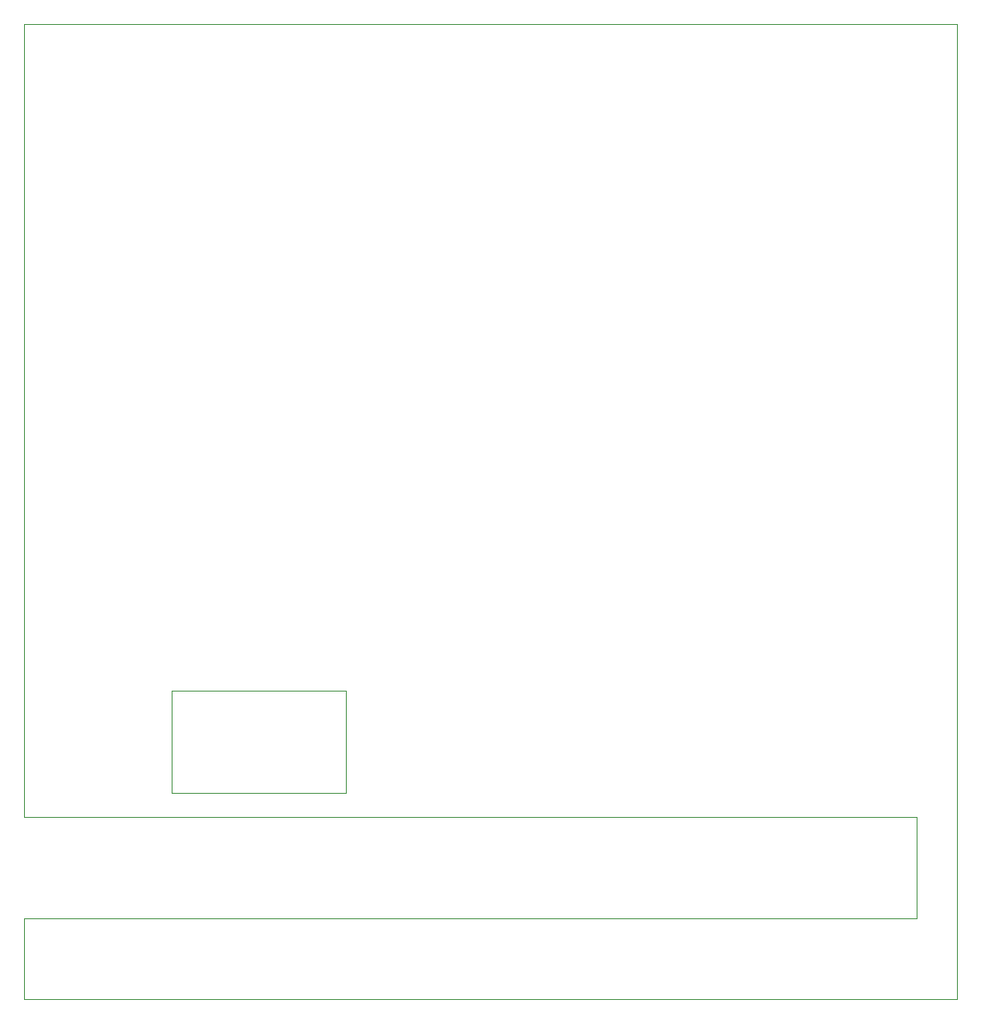
<source format=gm1>
G04 #@! TF.GenerationSoftware,KiCad,Pcbnew,5.99.0-unknown-c3175b4~100~ubuntu16.04.1*
G04 #@! TF.CreationDate,2020-01-01T10:39:56+05:30*
G04 #@! TF.ProjectId,paperd.ink_final_panel,70617065-7264-42e6-996e-6b5f66696e61,rev?*
G04 #@! TF.SameCoordinates,Original*
G04 #@! TF.FileFunction,Profile,NP*
%FSLAX46Y46*%
G04 Gerber Fmt 4.6, Leading zero omitted, Abs format (unit mm)*
G04 Created by KiCad (PCBNEW 5.99.0-unknown-c3175b4~100~ubuntu16.04.1) date 2020-01-01 10:39:56*
%MOMM*%
%LPD*%
G04 APERTURE LIST*
%ADD10C,0.050000*%
G04 APERTURE END LIST*
D10*
X190060000Y-150280000D02*
X101960000Y-150280000D01*
X190060000Y-150280000D02*
X190060000Y-140280000D01*
X194060000Y-140280000D02*
X194060000Y-150280000D01*
X194060000Y-158280000D02*
X101960000Y-158280000D01*
X101960000Y-150280000D02*
X101960000Y-158280000D01*
X194060000Y-150280000D02*
X194060000Y-158280000D01*
X133790000Y-137950000D02*
X116570000Y-137950000D01*
X133790000Y-127820000D02*
X133790000Y-137950000D01*
X116570000Y-127820000D02*
X116570000Y-137950000D01*
X133790000Y-127820000D02*
X116570000Y-127820000D01*
X101960000Y-62180000D02*
X101960000Y-140280000D01*
X101960000Y-140280000D02*
X190060000Y-140280000D01*
X194060000Y-62180000D02*
X194060000Y-140280000D01*
X101960000Y-62180000D02*
X194060000Y-62180000D01*
M02*

</source>
